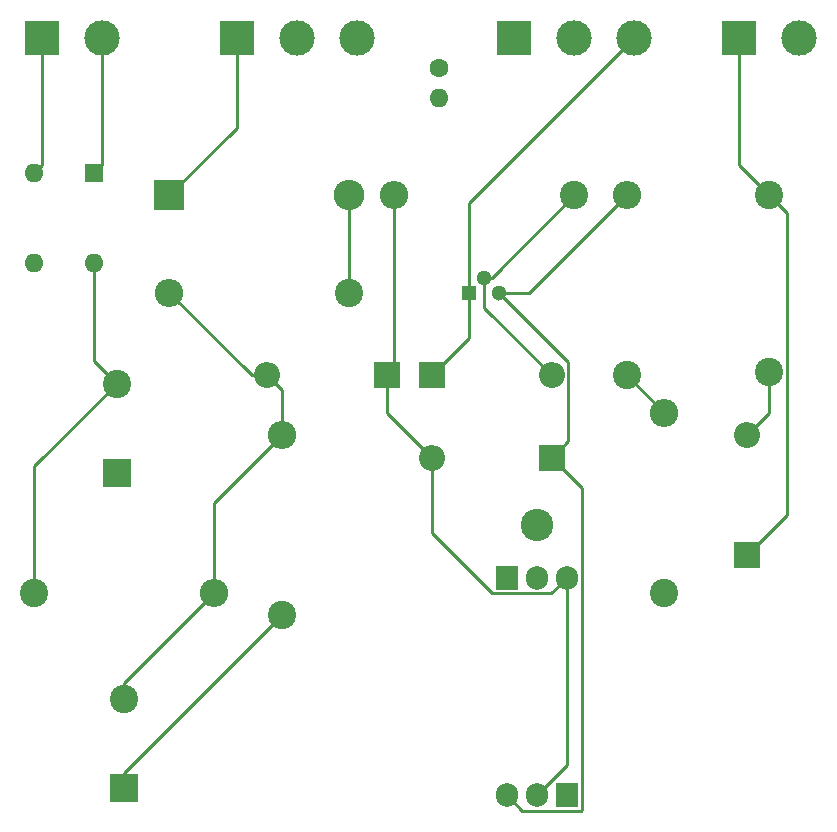
<source format=gbr>
%TF.GenerationSoftware,KiCad,Pcbnew,(5.1.12-1-10_14)*%
%TF.CreationDate,2022-01-02T08:07:55-08:00*%
%TF.ProjectId,bias-supply,62696173-2d73-4757-9070-6c792e6b6963,0.1*%
%TF.SameCoordinates,Original*%
%TF.FileFunction,Copper,L1,Top*%
%TF.FilePolarity,Positive*%
%FSLAX46Y46*%
G04 Gerber Fmt 4.6, Leading zero omitted, Abs format (unit mm)*
G04 Created by KiCad (PCBNEW (5.1.12-1-10_14)) date 2022-01-02 08:07:55*
%MOMM*%
%LPD*%
G01*
G04 APERTURE LIST*
%TA.AperFunction,ComponentPad*%
%ADD10O,1.600000X1.600000*%
%TD*%
%TA.AperFunction,ComponentPad*%
%ADD11C,1.600000*%
%TD*%
%TA.AperFunction,ComponentPad*%
%ADD12C,2.750000*%
%TD*%
%TA.AperFunction,ComponentPad*%
%ADD13R,2.400000X2.400000*%
%TD*%
%TA.AperFunction,ComponentPad*%
%ADD14C,2.400000*%
%TD*%
%TA.AperFunction,ComponentPad*%
%ADD15R,1.600000X1.600000*%
%TD*%
%TA.AperFunction,ComponentPad*%
%ADD16R,2.600000X2.600000*%
%TD*%
%TA.AperFunction,ComponentPad*%
%ADD17O,2.600000X2.600000*%
%TD*%
%TA.AperFunction,ComponentPad*%
%ADD18R,2.200000X2.200000*%
%TD*%
%TA.AperFunction,ComponentPad*%
%ADD19O,2.200000X2.200000*%
%TD*%
%TA.AperFunction,ComponentPad*%
%ADD20R,3.000000X3.000000*%
%TD*%
%TA.AperFunction,ComponentPad*%
%ADD21C,3.000000*%
%TD*%
%TA.AperFunction,ComponentPad*%
%ADD22R,1.905000X2.000000*%
%TD*%
%TA.AperFunction,ComponentPad*%
%ADD23O,1.905000X2.000000*%
%TD*%
%TA.AperFunction,ComponentPad*%
%ADD24C,1.300000*%
%TD*%
%TA.AperFunction,ComponentPad*%
%ADD25R,1.300000X1.300000*%
%TD*%
%TA.AperFunction,ComponentPad*%
%ADD26O,2.400000X2.400000*%
%TD*%
%TA.AperFunction,Conductor*%
%ADD27C,0.250000*%
%TD*%
G04 APERTURE END LIST*
D10*
%TO.P,R7,2*%
%TO.N,Net-(D5-Pad2)*%
X139700000Y-69215000D03*
D11*
%TO.P,R7,1*%
%TO.N,Net-(R7-Pad1)*%
X139700000Y-66675000D03*
%TD*%
D12*
%TO.P,REF\u002A\u002A,*%
%TO.N,*%
X147955000Y-105410000D03*
%TD*%
D13*
%TO.P,C1,1*%
%TO.N,GND*%
X112395000Y-100965000D03*
D14*
%TO.P,C1,2*%
%TO.N,Net-(C1-Pad2)*%
X112395000Y-93465000D03*
%TD*%
%TO.P,C2,2*%
%TO.N,Net-(C2-Pad2)*%
X113030000Y-120135000D03*
D13*
%TO.P,C2,1*%
%TO.N,GND*%
X113030000Y-127635000D03*
%TD*%
D14*
%TO.P,C3,1*%
%TO.N,GND*%
X167640000Y-77470000D03*
%TO.P,C3,2*%
%TO.N,Net-(C3-Pad2)*%
X167640000Y-92470000D03*
%TD*%
D10*
%TO.P,D1,4*%
%TO.N,Net-(C1-Pad2)*%
X110490000Y-83185000D03*
%TO.P,D1,2*%
%TO.N,Net-(D1-Pad2)*%
X105410000Y-75565000D03*
%TO.P,D1,3*%
%TO.N,GND*%
X105410000Y-83185000D03*
D15*
%TO.P,D1,1*%
%TO.N,Net-(D1-Pad1)*%
X110490000Y-75565000D03*
%TD*%
D16*
%TO.P,D2,1*%
%TO.N,GND*%
X116840000Y-77470000D03*
D17*
%TO.P,D2,2*%
%TO.N,Net-(D2-Pad2)*%
X132080000Y-77470000D03*
%TD*%
D18*
%TO.P,D3,1*%
%TO.N,Net-(D3-Pad1)*%
X135255000Y-92710000D03*
D19*
%TO.P,D3,2*%
%TO.N,Net-(C2-Pad2)*%
X125095000Y-92710000D03*
%TD*%
%TO.P,D4,2*%
%TO.N,Net-(D3-Pad1)*%
X139065000Y-99695000D03*
D18*
%TO.P,D4,1*%
%TO.N,Net-(D4-Pad1)*%
X149225000Y-99695000D03*
%TD*%
%TO.P,D5,1*%
%TO.N,Net-(C3-Pad2)*%
X139065000Y-92710000D03*
D19*
%TO.P,D5,2*%
%TO.N,Net-(D5-Pad2)*%
X149225000Y-92710000D03*
%TD*%
%TO.P,D6,2*%
%TO.N,Net-(C3-Pad2)*%
X165735000Y-97790000D03*
D18*
%TO.P,D6,1*%
%TO.N,GND*%
X165735000Y-107950000D03*
%TD*%
D20*
%TO.P,J1,1*%
%TO.N,Net-(D1-Pad2)*%
X106045000Y-64135000D03*
D21*
%TO.P,J1,2*%
%TO.N,Net-(D1-Pad1)*%
X111125000Y-64135000D03*
%TD*%
D22*
%TO.P,Q1,1*%
%TO.N,Net-(D2-Pad2)*%
X145415000Y-109855000D03*
D23*
%TO.P,Q1,2*%
%TO.N,Net-(C2-Pad2)*%
X147955000Y-109855000D03*
%TO.P,Q1,3*%
%TO.N,Net-(D3-Pad1)*%
X150495000Y-109855000D03*
%TD*%
%TO.P,Q2,3*%
%TO.N,Net-(D4-Pad1)*%
X145415000Y-128270000D03*
%TO.P,Q2,2*%
%TO.N,Net-(D3-Pad1)*%
X147955000Y-128270000D03*
D22*
%TO.P,Q2,1*%
%TO.N,Net-(D5-Pad2)*%
X150495000Y-128270000D03*
%TD*%
D24*
%TO.P,Q3,2*%
%TO.N,Net-(D5-Pad2)*%
X143520000Y-84455000D03*
%TO.P,Q3,3*%
%TO.N,Net-(D4-Pad1)*%
X144780000Y-85725000D03*
D25*
%TO.P,Q3,1*%
%TO.N,Net-(C3-Pad2)*%
X142240000Y-85725000D03*
%TD*%
D14*
%TO.P,R1,1*%
%TO.N,Net-(C1-Pad2)*%
X105410000Y-111125000D03*
D26*
%TO.P,R1,2*%
%TO.N,Net-(C2-Pad2)*%
X120650000Y-111125000D03*
%TD*%
%TO.P,R2,2*%
%TO.N,Net-(C2-Pad2)*%
X126365000Y-97790000D03*
D14*
%TO.P,R2,1*%
%TO.N,GND*%
X126365000Y-113030000D03*
%TD*%
%TO.P,R3,1*%
%TO.N,Net-(D2-Pad2)*%
X132080000Y-85725000D03*
D26*
%TO.P,R3,2*%
%TO.N,Net-(C2-Pad2)*%
X116840000Y-85725000D03*
%TD*%
%TO.P,R4,2*%
%TO.N,Net-(D3-Pad1)*%
X135890000Y-77470000D03*
D14*
%TO.P,R4,1*%
%TO.N,Net-(D5-Pad2)*%
X151130000Y-77470000D03*
%TD*%
%TO.P,R5,1*%
%TO.N,Net-(C3-Pad2)*%
X155575000Y-92710000D03*
D26*
%TO.P,R5,2*%
%TO.N,Net-(D4-Pad1)*%
X155575000Y-77470000D03*
%TD*%
%TO.P,R6,2*%
%TO.N,Net-(C3-Pad2)*%
X158750000Y-95885000D03*
D14*
%TO.P,R6,1*%
%TO.N,GND*%
X158750000Y-111125000D03*
%TD*%
D20*
%TO.P,RV1,1*%
%TO.N,GND*%
X122555000Y-64135000D03*
D21*
%TO.P,RV1,2*%
%TO.N,Net-(R7-Pad1)*%
X127635000Y-64135000D03*
%TO.P,RV1,3*%
X132715000Y-64135000D03*
%TD*%
D20*
%TO.P,J3,1*%
%TO.N,GND*%
X165100000Y-64135000D03*
D21*
%TO.P,J3,2*%
%TO.N,Net-(C3-Pad2)*%
X170180000Y-64135000D03*
%TD*%
D20*
%TO.P,J2,1*%
%TO.N,GND*%
X146050000Y-64135000D03*
D21*
%TO.P,J2,2*%
X151130000Y-64135000D03*
%TO.P,J2,3*%
%TO.N,Net-(C3-Pad2)*%
X156210000Y-64135000D03*
%TD*%
D27*
%TO.N,GND*%
X122555000Y-71755000D02*
X116840000Y-77470000D01*
X122555000Y-64135000D02*
X122555000Y-71755000D01*
X165100000Y-74930000D02*
X167640000Y-77470000D01*
X165100000Y-64135000D02*
X165100000Y-74930000D01*
X169165001Y-104519999D02*
X165735000Y-107950000D01*
X169165001Y-78995001D02*
X169165001Y-104519999D01*
X167640000Y-77470000D02*
X169165001Y-78995001D01*
X113030000Y-126365000D02*
X113030000Y-127635000D01*
X126365000Y-113030000D02*
X113030000Y-126365000D01*
%TO.N,Net-(C1-Pad2)*%
X110490000Y-91560000D02*
X112395000Y-93465000D01*
X110490000Y-83185000D02*
X110490000Y-91560000D01*
X105410000Y-100450000D02*
X105410000Y-111125000D01*
X112395000Y-93465000D02*
X105410000Y-100450000D01*
%TO.N,Net-(C2-Pad2)*%
X123825000Y-92710000D02*
X125095000Y-92710000D01*
X116840000Y-85725000D02*
X123825000Y-92710000D01*
X120650000Y-103505000D02*
X126365000Y-97790000D01*
X120650000Y-111125000D02*
X120650000Y-103505000D01*
X126365000Y-93980000D02*
X125095000Y-92710000D01*
X126365000Y-97790000D02*
X126365000Y-93980000D01*
X113030000Y-118745000D02*
X113030000Y-120135000D01*
X120650000Y-111125000D02*
X113030000Y-118745000D01*
%TO.N,Net-(C3-Pad2)*%
X142240000Y-89535000D02*
X139065000Y-92710000D01*
X142240000Y-85725000D02*
X142240000Y-89535000D01*
X167640000Y-95885000D02*
X165735000Y-97790000D01*
X167640000Y-92470000D02*
X167640000Y-95885000D01*
X155575000Y-92710000D02*
X158750000Y-95885000D01*
X142240000Y-78105000D02*
X142240000Y-85725000D01*
X156210000Y-64135000D02*
X142240000Y-78105000D01*
%TO.N,Net-(D1-Pad2)*%
X106045000Y-74930000D02*
X105410000Y-75565000D01*
X106045000Y-64135000D02*
X106045000Y-74930000D01*
%TO.N,Net-(D1-Pad1)*%
X111125000Y-74930000D02*
X110490000Y-75565000D01*
X111125000Y-64135000D02*
X111125000Y-74930000D01*
%TO.N,Net-(D2-Pad2)*%
X132080000Y-77470000D02*
X132080000Y-85725000D01*
%TO.N,Net-(D3-Pad1)*%
X135890000Y-92075000D02*
X135255000Y-92710000D01*
X135890000Y-77470000D02*
X135890000Y-92075000D01*
X135255000Y-95885000D02*
X139065000Y-99695000D01*
X135255000Y-92710000D02*
X135255000Y-95885000D01*
X150495000Y-125730000D02*
X147955000Y-128270000D01*
X150495000Y-109855000D02*
X150495000Y-125730000D01*
X144202499Y-111180001D02*
X149169999Y-111180001D01*
X149169999Y-111180001D02*
X150495000Y-109855000D01*
X139065000Y-106042502D02*
X144202499Y-111180001D01*
X139065000Y-99695000D02*
X139065000Y-106042502D01*
%TO.N,Net-(D4-Pad1)*%
X147320000Y-85725000D02*
X144780000Y-85725000D01*
X155575000Y-77470000D02*
X147320000Y-85725000D01*
X150650001Y-91595001D02*
X144780000Y-85725000D01*
X150650001Y-98269999D02*
X150650001Y-91595001D01*
X149225000Y-99695000D02*
X150650001Y-98269999D01*
X146740001Y-129595001D02*
X145415000Y-128270000D01*
X151772510Y-129529992D02*
X151707501Y-129595001D01*
X151772510Y-102242510D02*
X151772510Y-129529992D01*
X151707501Y-129595001D02*
X146740001Y-129595001D01*
X149225000Y-99695000D02*
X151772510Y-102242510D01*
%TO.N,Net-(D5-Pad2)*%
X144145000Y-84455000D02*
X143520000Y-84455000D01*
X151130000Y-77470000D02*
X144145000Y-84455000D01*
X143520000Y-87005000D02*
X149225000Y-92710000D01*
X143520000Y-84455000D02*
X143520000Y-87005000D01*
%TD*%
M02*

</source>
